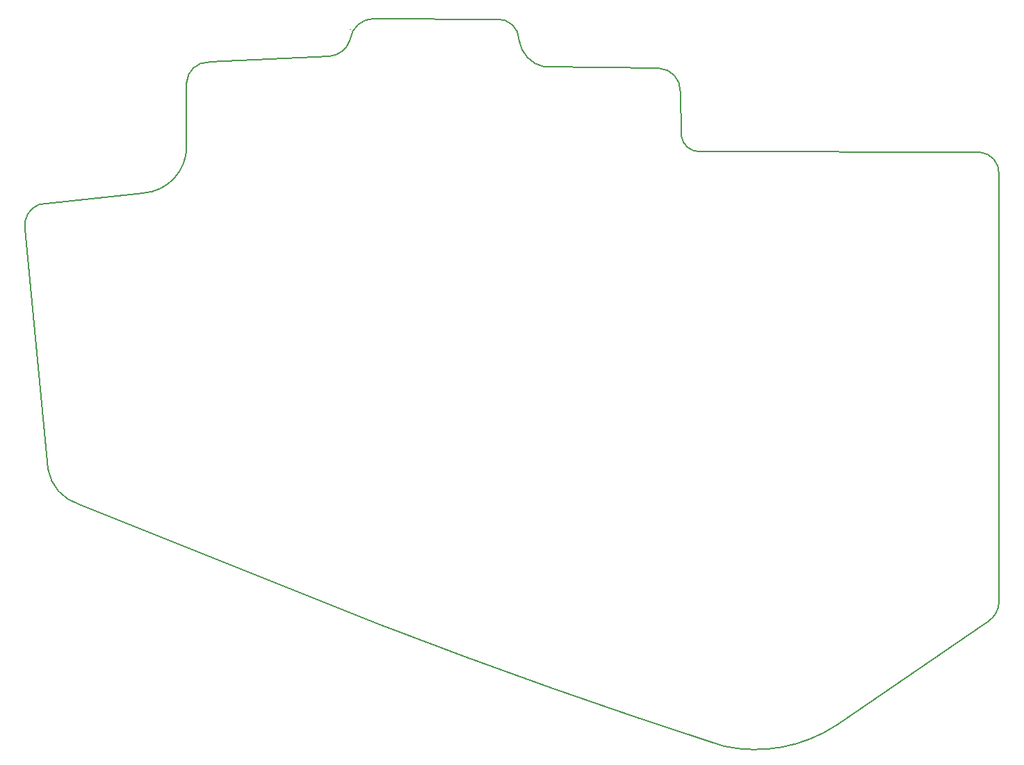
<source format=gm1>
%TF.GenerationSoftware,KiCad,Pcbnew,(6.0.4)*%
%TF.CreationDate,2022-05-17T22:37:59+02:00*%
%TF.ProjectId,battoota,62617474-6f6f-4746-912e-6b696361645f,v1.0.0*%
%TF.SameCoordinates,Original*%
%TF.FileFunction,Profile,NP*%
%FSLAX46Y46*%
G04 Gerber Fmt 4.6, Leading zero omitted, Abs format (unit mm)*
G04 Created by KiCad (PCBNEW (6.0.4)) date 2022-05-17 22:37:59*
%MOMM*%
%LPD*%
G01*
G04 APERTURE LIST*
%TA.AperFunction,Profile*%
%ADD10C,0.150000*%
%TD*%
G04 APERTURE END LIST*
D10*
X68760709Y117488760D02*
X83446218Y118206882D01*
X126173900Y113933708D02*
G75*
G03*
X123633938Y116727707I-2715300J83092D01*
G01*
X48140231Y100172846D02*
G75*
G03*
X46362218Y97124882I911069J-2574046D01*
G01*
X48140218Y100172882D02*
X60786790Y101529418D01*
X109640342Y116893075D02*
X123633938Y116727707D01*
X106534834Y120168260D02*
G75*
G03*
X109640342Y116893075I3862866J552840D01*
G01*
X162601024Y106517136D02*
X128620269Y106570579D01*
X126278145Y108591099D02*
G75*
G03*
X128620269Y106570579I2224455J210801D01*
G01*
X88862297Y122794691D02*
X103766218Y122722334D01*
X131452219Y34132888D02*
G75*
G03*
X145168218Y36672882I3829281J17625112D01*
G01*
X89796218Y48864882D02*
X52966218Y63596882D01*
X46362218Y97124882D02*
X49156218Y67914882D01*
X49156256Y67914888D02*
G75*
G03*
X52966218Y63596882I5363744J892812D01*
G01*
X89796218Y48864882D02*
G75*
G03*
X131452218Y34132882I283947982J736628418D01*
G01*
X163710185Y49372931D02*
G75*
G03*
X164980218Y51658882I-1621885J2396869D01*
G01*
X85987190Y121474863D02*
X85987190Y121474863D01*
X60786790Y101529419D02*
G75*
G03*
X66039663Y107284882I-416680J5655111D01*
G01*
X164980218Y51658882D02*
X164982296Y103812548D01*
X106534760Y120168254D02*
G75*
G03*
X103766218Y122722334I-2574060J-12654D01*
G01*
X145168218Y36672882D02*
X163710218Y49372882D01*
X66039663Y114976857D02*
X66039663Y107284882D01*
X83446217Y118206892D02*
G75*
G03*
X85948006Y120207771I-210917J2828208D01*
G01*
X126278191Y108591103D02*
X126173938Y113933707D01*
X164982245Y103812551D02*
G75*
G03*
X162601024Y106517136I-2535445J168249D01*
G01*
X68760709Y117488773D02*
G75*
G03*
X66039663Y114976857I-86109J-2636473D01*
G01*
X88862297Y122794679D02*
G75*
G03*
X85948006Y120207771I20303J-2957879D01*
G01*
M02*

</source>
